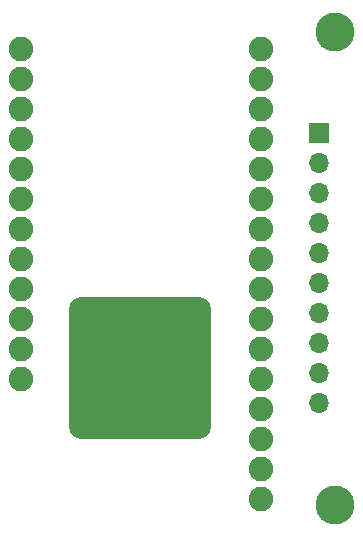
<source format=gbr>
%TF.GenerationSoftware,KiCad,Pcbnew,7.0.9*%
%TF.CreationDate,2024-07-24T20:02:15-04:00*%
%TF.ProjectId,BREAD_Loaf,42524541-445f-44c6-9f61-662e6b696361,rev?*%
%TF.SameCoordinates,PX2fdfdc0PY36746e0*%
%TF.FileFunction,Soldermask,Top*%
%TF.FilePolarity,Negative*%
%FSLAX46Y46*%
G04 Gerber Fmt 4.6, Leading zero omitted, Abs format (unit mm)*
G04 Created by KiCad (PCBNEW 7.0.9) date 2024-07-24 20:02:15*
%MOMM*%
%LPD*%
G01*
G04 APERTURE LIST*
G04 Aperture macros list*
%AMRoundRect*
0 Rectangle with rounded corners*
0 $1 Rounding radius*
0 $2 $3 $4 $5 $6 $7 $8 $9 X,Y pos of 4 corners*
0 Add a 4 corners polygon primitive as box body*
4,1,4,$2,$3,$4,$5,$6,$7,$8,$9,$2,$3,0*
0 Add four circle primitives for the rounded corners*
1,1,$1+$1,$2,$3*
1,1,$1+$1,$4,$5*
1,1,$1+$1,$6,$7*
1,1,$1+$1,$8,$9*
0 Add four rect primitives between the rounded corners*
20,1,$1+$1,$2,$3,$4,$5,0*
20,1,$1+$1,$4,$5,$6,$7,0*
20,1,$1+$1,$6,$7,$8,$9,0*
20,1,$1+$1,$8,$9,$2,$3,0*%
G04 Aperture macros list end*
%ADD10C,2.082800*%
%ADD11C,3.302000*%
%ADD12RoundRect,1.000000X-5.000000X-5.000000X5.000000X-5.000000X5.000000X5.000000X-5.000000X5.000000X0*%
%ADD13R,1.700000X1.700000*%
%ADD14O,1.700000X1.700000*%
G04 APERTURE END LIST*
D10*
%TO.C,J2*%
X24820000Y-60750000D03*
X24820000Y-58210000D03*
X24820000Y-55670000D03*
X24820000Y-53130000D03*
X24820000Y-50590000D03*
X24820000Y-48050000D03*
X24820000Y-45510000D03*
X24820000Y-42970000D03*
X24820000Y-40430000D03*
X24820000Y-37890000D03*
X24820000Y-35350000D03*
X24820000Y-32810000D03*
X24820000Y-30270000D03*
X24820000Y-27730000D03*
X24820000Y-25190000D03*
X24820000Y-22650000D03*
X4500000Y-50590000D03*
X4500000Y-48050000D03*
X4500000Y-45510000D03*
X4500000Y-42970000D03*
X4500000Y-40430000D03*
X4500000Y-37890000D03*
X4500000Y-35350000D03*
X4500000Y-32810000D03*
X4500000Y-30270000D03*
X4500000Y-27730000D03*
X4500000Y-25190000D03*
X4500000Y-22650000D03*
%TD*%
D11*
%TO.C,ST1*%
X31100000Y-21250000D03*
%TD*%
D12*
%TO.C,HS1*%
X14566750Y-49662500D03*
%TD*%
D11*
%TO.C,ST2*%
X31100000Y-61250000D03*
%TD*%
D13*
%TO.C,J6*%
X29700000Y-29800000D03*
D14*
X29700000Y-32340000D03*
X29700000Y-34880000D03*
X29700000Y-37420000D03*
X29700000Y-39960000D03*
X29700000Y-42500000D03*
X29700000Y-45040000D03*
X29700000Y-47580000D03*
X29700000Y-50120000D03*
X29700000Y-52660000D03*
%TD*%
M02*

</source>
